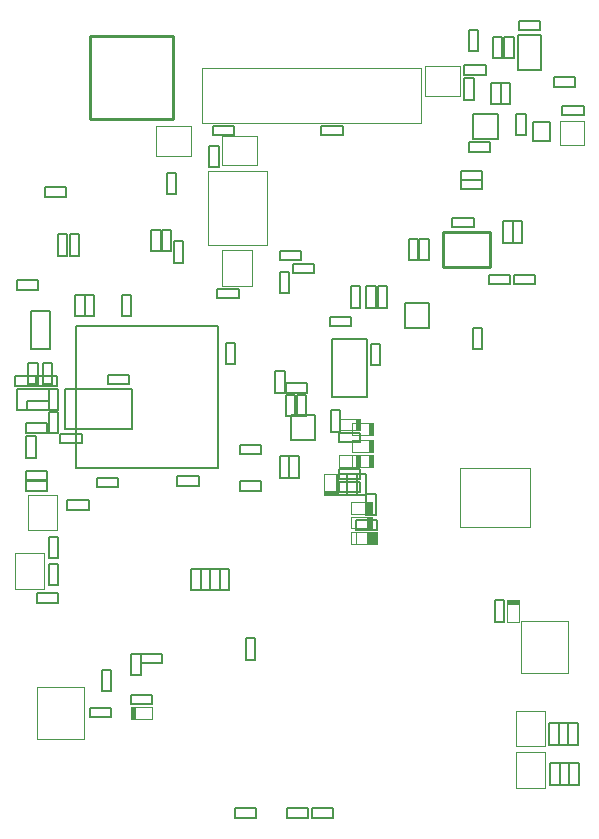
<source format=gbr>
%TF.GenerationSoftware,Altium Limited,Altium Designer,21.2.2 (38)*%
G04 Layer_Color=8388736*
%FSLAX45Y45*%
%MOMM*%
%TF.SameCoordinates,215B76EA-4B9E-490E-954B-DD862D4548B8*%
%TF.FilePolarity,Positive*%
%TF.FileFunction,Other,Mechanical_2*%
%TF.Part,Single*%
G01*
G75*
%TA.AperFunction,NonConductor*%
%ADD88C,0.10000*%
%ADD89C,0.25400*%
%ADD90C,0.20000*%
%ADD139C,0.05000*%
G36*
X2980000Y3500000D02*
X2940000D01*
Y3599999D01*
X2980000D01*
Y3500000D01*
D02*
G37*
G36*
X3090001Y3460000D02*
X3050001D01*
Y3560000D01*
X3090001D01*
Y3460000D01*
D02*
G37*
G36*
Y3320000D02*
X3050001D01*
Y3420000D01*
X3090001D01*
Y3320000D01*
D02*
G37*
G36*
Y3190000D02*
X3050001D01*
Y3290000D01*
X3090001D01*
Y3190000D01*
D02*
G37*
G36*
X2980000Y3189999D02*
X2940000D01*
Y3289999D01*
X2980000D01*
Y3189999D01*
D02*
G37*
G36*
X2770001Y2950000D02*
X2670001D01*
Y2990000D01*
X2770001D01*
Y2950000D01*
D02*
G37*
G36*
X3080001Y2790000D02*
X3040001D01*
Y2890000D01*
X3080001D01*
Y2790000D01*
D02*
G37*
G36*
Y2670000D02*
X3040001D01*
Y2770000D01*
X3080001D01*
Y2670000D01*
D02*
G37*
G36*
X3120000Y2540000D02*
X3080001D01*
Y2540000D01*
X3040001D01*
Y2640000D01*
X3080000D01*
Y2640000D01*
X3120000D01*
Y2540000D01*
D02*
G37*
G36*
X4320000Y2020000D02*
X4220000D01*
Y2060000D01*
X4320000D01*
Y2020000D01*
D02*
G37*
G36*
X1080000Y1060000D02*
X1040000D01*
Y1160000D01*
X1080000D01*
Y1060000D01*
D02*
G37*
D88*
X415000Y2655000D02*
Y2955000D01*
X165000Y2655000D02*
X415000D01*
X165000D02*
Y2955000D01*
X415000D01*
X55000Y2160000D02*
Y2460000D01*
X305000D01*
Y2160000D02*
Y2460000D01*
X55000Y2160000D02*
X305000D01*
X4295000Y475000D02*
X4545000D01*
Y775000D01*
X4295000D02*
X4545000D01*
X4295000Y475000D02*
Y775000D01*
Y825000D02*
Y1125000D01*
X4545000D01*
Y825000D02*
Y1125000D01*
X4295000Y825000D02*
X4545000D01*
X4870000Y5920000D02*
Y6120000D01*
X4670000Y5920000D02*
X4870000D01*
X4670000D02*
Y6120000D01*
X4870000D01*
X3525000Y6332500D02*
Y6582500D01*
X3825000D01*
Y6332500D02*
Y6582500D01*
X3525000Y6332500D02*
X3825000D01*
X3490000Y6100000D02*
Y6570000D01*
X1640000D02*
X3490000D01*
X1640000Y6100000D02*
Y6570000D01*
Y6100000D02*
X3490000D01*
X1690000Y5070002D02*
Y5700002D01*
X2190000D01*
Y5070002D02*
Y5700002D01*
X1690000Y5070002D02*
X2190000D01*
X1812499Y4725001D02*
Y5025001D01*
Y4725001D02*
X2062499D01*
Y5025001D01*
X1812499D02*
X2062499D01*
X1805000Y5745002D02*
Y5995002D01*
Y5745002D02*
X2105000D01*
Y5995002D01*
X1805000D02*
X2105000D01*
X1250000Y5825000D02*
Y6075000D01*
Y5825000D02*
X1550000D01*
Y6075000D01*
X1250000D02*
X1550000D01*
X4740000Y1450000D02*
Y1890000D01*
X4340000Y1450000D02*
X4740000D01*
X4340000D02*
Y1890000D01*
X4740000D01*
X3820000Y3180000D02*
X4420000D01*
Y2680000D02*
Y3180000D01*
X3820000Y2680000D02*
X4420000D01*
X3820000D02*
Y3180000D01*
X240000Y890000D02*
Y1330000D01*
X640000D01*
Y890000D02*
Y1330000D01*
X240000Y890000D02*
X640000D01*
D89*
X690000Y6140000D02*
Y6840000D01*
Y6140000D02*
X1390000D01*
Y6840000D01*
X690000D02*
X1390000D01*
X3680000Y4880000D02*
X4080000D01*
X3680000D02*
Y5180000D01*
X4080000D01*
Y4880000D02*
Y5180000D01*
D90*
X2810000Y3490000D02*
Y3670000D01*
X2730000D02*
X2810000D01*
X2730000Y3490000D02*
Y3670000D01*
Y3490000D02*
X2810000D01*
X2740000Y3780000D02*
Y4270000D01*
X3040000D01*
Y3780000D02*
Y4270000D01*
X2740000Y3780000D02*
X3040000D01*
X2390000Y3420000D02*
X2600000D01*
X2390000D02*
Y3630000D01*
X2600000D01*
Y3420000D02*
Y3630000D01*
X2790001Y3130000D02*
X2870001D01*
Y2950000D02*
Y3130000D01*
X2790001Y2950000D02*
X2870001D01*
X2790001D02*
Y3130000D01*
X2870001Y3130000D02*
X2950001D01*
Y2949999D02*
Y3130000D01*
X2870001Y2949999D02*
X2950001D01*
X2870001D02*
Y3130000D01*
X2950001D02*
X3030001D01*
Y2949999D02*
Y3130000D01*
X2950001Y2949999D02*
X3030001D01*
X2950001D02*
Y3130000D01*
X440000Y3390000D02*
X620000D01*
Y3470000D01*
X440000D02*
X620000D01*
X440000Y3390000D02*
Y3470000D01*
X840000Y3970000D02*
X1020000D01*
X840000Y3890000D02*
Y3970000D01*
Y3890000D02*
X1020000D01*
Y3970000D01*
X480000Y3510000D02*
Y3850000D01*
X1050000D01*
Y3510000D02*
Y3850000D01*
X480000Y3510000D02*
X1050000D01*
X230000Y3880000D02*
X410000D01*
Y3960000D01*
X230000D02*
X410000D01*
X230000Y3880000D02*
Y3960000D01*
X290000Y3890000D02*
X370000D01*
Y4070000D01*
X290000D02*
X370000D01*
X290000Y3890000D02*
Y4070000D01*
X60000Y3960000D02*
X240000D01*
X60000Y3880000D02*
Y3960000D01*
Y3880000D02*
X240000D01*
Y3960000D01*
X4270000Y5270000D02*
X4350000D01*
X4270000Y5090000D02*
Y5270000D01*
Y5090000D02*
X4350000D01*
Y5270000D01*
X4190000D02*
X4270000D01*
X4190000Y5090000D02*
Y5270000D01*
Y5090000D02*
X4270000D01*
Y5270000D01*
X3130000Y4540000D02*
X3210000D01*
Y4720000D01*
X3130000D02*
X3210000D01*
X3130000Y4540000D02*
Y4720000D01*
X2900000Y4540000D02*
X2980000D01*
Y4720000D01*
X2900000D02*
X2980000D01*
X2900000Y4540000D02*
Y4720000D01*
X3030000Y4540000D02*
X3110000D01*
Y4720000D01*
X3030000D02*
X3110000D01*
X3030000Y4540000D02*
Y4720000D01*
X2300000Y3100000D02*
X2380000D01*
Y3280000D01*
X2300000D02*
X2380000D01*
X2300000Y3100000D02*
Y3280000D01*
X2380000Y3100000D02*
X2460000D01*
Y3280000D01*
X2380000D02*
X2460000D01*
X2380000Y3100000D02*
Y3280000D01*
X170000Y3890000D02*
X250000D01*
Y4070000D01*
X170000D02*
X250000D01*
X170000Y3890000D02*
Y4070000D01*
X340000Y3670000D02*
X420000D01*
Y3850000D01*
X340000D02*
X420000D01*
X340000Y3670000D02*
Y3850000D01*
X160000Y3670000D02*
Y3750000D01*
Y3670000D02*
X340000D01*
Y3750000D01*
X160000D02*
X340000D01*
X1430000Y3030000D02*
Y3110000D01*
Y3030000D02*
X1610000D01*
Y3110000D01*
X1430000D02*
X1610000D01*
X750000Y3020000D02*
Y3100000D01*
Y3020000D02*
X930000D01*
Y3100000D01*
X750000D02*
X930000D01*
X500000Y2830000D02*
X680000D01*
X500000D02*
Y2910000D01*
X680000D01*
Y2830000D02*
Y2910000D01*
X150000Y3160000D02*
X330000D01*
Y3080000D02*
Y3160000D01*
X150000Y3080000D02*
X330000D01*
X150000D02*
Y3160000D01*
Y2990000D02*
X330000D01*
X150000D02*
Y3070000D01*
X330000D01*
Y2990000D02*
Y3070000D01*
X420000Y2420000D02*
Y2600000D01*
X340000Y2420000D02*
X420000D01*
X340000D02*
Y2600000D01*
X420000D01*
Y2190000D02*
Y2370000D01*
X340000Y2190000D02*
X420000D01*
X340000D02*
Y2370000D01*
X420000D01*
X240000Y2040000D02*
X420000D01*
X240000D02*
Y2120000D01*
X420000D01*
Y2040000D02*
Y2120000D01*
X4590000Y680000D02*
X4670000D01*
X4590000Y500000D02*
Y680000D01*
Y500000D02*
X4670000D01*
Y680000D01*
X4670000Y680000D02*
X4750000D01*
X4670000Y500000D02*
Y680000D01*
Y500000D02*
X4750000D01*
Y680000D01*
X4660000Y840000D02*
Y1020000D01*
X4580000Y840000D02*
X4660000D01*
X4580000D02*
Y1020000D01*
X4660000D01*
X4740000Y840000D02*
Y1020000D01*
X4660001Y840000D02*
X4740000D01*
X4660001D02*
Y1020000D01*
X4740000D01*
X4750000Y680000D02*
X4830000D01*
X4750000Y500000D02*
Y680000D01*
Y500000D02*
X4830000D01*
Y680000D01*
X4820000Y840000D02*
Y1020000D01*
X4740000Y840000D02*
X4820000D01*
X4740000D02*
Y1020000D01*
X4820000D01*
X4120000Y1880000D02*
X4200000D01*
Y2060000D01*
X4120000D02*
X4200000D01*
X4120000Y1880000D02*
Y2060000D01*
X3030000Y2780000D02*
X3110000D01*
Y2960000D01*
X3030000D02*
X3110000D01*
X3030000Y2780000D02*
Y2960000D01*
X2800000Y2979999D02*
Y3059999D01*
Y2979999D02*
X2980000D01*
Y3059999D01*
X2800000D02*
X2980000D01*
X2800000Y3479999D02*
X2980000D01*
Y3400000D02*
Y3479999D01*
X2800000Y3400000D02*
X2980000D01*
X2800000D02*
Y3479999D01*
X3070000Y4050000D02*
X3150000D01*
Y4230000D01*
X3070000D02*
X3150000D01*
X3070000Y4050000D02*
Y4230000D01*
X3354999Y4575000D02*
X3564999D01*
Y4365000D02*
Y4575000D01*
X3354999Y4365000D02*
X3564999D01*
X3354999D02*
Y4575000D01*
X3930000Y4370000D02*
X4010000D01*
X3930000Y4190000D02*
Y4370000D01*
Y4190000D02*
X4010000D01*
Y4370000D01*
X4070000Y4740000D02*
Y4820000D01*
Y4740000D02*
X4250000D01*
Y4820000D01*
X4070000D02*
X4250000D01*
X4460000Y4740000D02*
Y4820000D01*
X4280000D02*
X4460000D01*
X4280000Y4740000D02*
Y4820000D01*
Y4740000D02*
X4460000D01*
X3480000Y5120000D02*
X3560000D01*
X3480000Y4940000D02*
Y5120000D01*
Y4940000D02*
X3560000D01*
Y5120000D01*
X3390000Y4940000D02*
X3470000D01*
Y5120000D01*
X3390000D02*
X3470000D01*
X3390000Y4940000D02*
Y5120000D01*
X3940000Y5220000D02*
Y5300000D01*
X3760000D02*
X3940000D01*
X3760000Y5220000D02*
Y5300000D01*
Y5220000D02*
X3940000D01*
X3830000Y5620000D02*
X4010000D01*
Y5540000D02*
Y5620000D01*
X3830000Y5540000D02*
X4010000D01*
X3830000D02*
Y5620000D01*
Y5700000D02*
X4010000D01*
Y5620000D02*
Y5700000D01*
X3830000Y5620000D02*
X4010000D01*
X3830000D02*
Y5700000D01*
X3900000Y5860000D02*
Y5940000D01*
Y5860000D02*
X4080000D01*
Y5940000D01*
X3900000D02*
X4080000D01*
X3935000Y5965000D02*
X4145000D01*
X3935000D02*
Y6175000D01*
X4145000D01*
Y5965000D02*
Y6175000D01*
X4620000Y6490000D02*
X4800000D01*
Y6410000D02*
Y6490000D01*
X4620000Y6410000D02*
X4800000D01*
X4620000D02*
Y6490000D01*
X4690000Y6170000D02*
Y6250000D01*
Y6170000D02*
X4870000D01*
Y6250000D01*
X4690000D02*
X4870000D01*
X4590000Y5950000D02*
Y6110000D01*
X4440000D02*
X4590000D01*
X4440000Y5950000D02*
Y6110000D01*
Y5950000D02*
X4590000D01*
X4300001Y6180000D02*
X4380000D01*
X4300001Y6000000D02*
Y6180000D01*
Y6000000D02*
X4380000D01*
Y6180000D01*
X4170000Y6440000D02*
X4250000D01*
X4170000Y6260000D02*
Y6440000D01*
Y6260000D02*
X4250000D01*
Y6440000D01*
X3860000Y6300000D02*
X3940000D01*
Y6480000D01*
X3860000D02*
X3940000D01*
X3860000Y6300000D02*
Y6480000D01*
X4040000Y6510000D02*
Y6590000D01*
X3860000D02*
X4040000D01*
X3860000Y6510000D02*
Y6590000D01*
Y6510000D02*
X4040000D01*
X4312500Y6850000D02*
X4512500D01*
Y6550000D02*
Y6850000D01*
X4312500Y6550000D02*
X4512500D01*
X4312500D02*
Y6850000D01*
X4200000Y6650000D02*
Y6830000D01*
X4280000D01*
Y6650000D02*
Y6830000D01*
X4200000Y6650000D02*
X4280000D01*
X4100000D02*
Y6830000D01*
X4180000D01*
Y6650000D02*
Y6830000D01*
X4100000Y6650000D02*
X4180000D01*
X4320000Y6890000D02*
X4500000D01*
X4320000D02*
Y6970000D01*
X4500000D01*
Y6890000D02*
Y6970000D01*
X3900000Y6710000D02*
Y6890000D01*
X3980000D01*
Y6710000D02*
Y6890000D01*
X3900000Y6710000D02*
X3980000D01*
X2830000Y6000000D02*
Y6080000D01*
X2650000D02*
X2830000D01*
X2650000Y6000000D02*
Y6080000D01*
Y6000000D02*
X2830000D01*
X1420000Y5500000D02*
Y5680000D01*
X1340000Y5500000D02*
X1420000D01*
X1340000D02*
Y5680000D01*
X1420000D01*
X1770000Y4700000D02*
X1950000D01*
Y4620000D02*
Y4700000D01*
X1770000Y4620000D02*
X1950000D01*
X1770000D02*
Y4700000D01*
X960000Y4470000D02*
X1040000D01*
Y4650000D01*
X960000D02*
X1040000D01*
X960000Y4470000D02*
Y4650000D01*
X645000D02*
X725000D01*
X645000Y4470000D02*
Y4650000D01*
Y4470000D02*
X725000D01*
Y4650000D01*
X565000D02*
X645000D01*
X565000Y4470000D02*
Y4650000D01*
Y4470000D02*
X645000D01*
Y4650000D01*
X195000Y4192500D02*
X352500D01*
Y4510000D01*
X195000D02*
X352500D01*
X195000Y4192500D02*
Y4510000D01*
X70000Y4770000D02*
X250000D01*
X70000Y4690000D02*
Y4770000D01*
Y4690000D02*
X250000D01*
Y4770000D01*
X600000Y4980000D02*
Y5160001D01*
X520000Y4980000D02*
X600000D01*
X520000D02*
Y5160001D01*
X600000D01*
X500000Y4980000D02*
Y5160001D01*
X420000Y4980000D02*
X500000D01*
X420000D02*
Y5160001D01*
X500000D01*
X310000Y5560000D02*
X490000D01*
Y5480000D02*
Y5560000D01*
X310000Y5480000D02*
X490000D01*
X310000D02*
Y5560000D01*
X2090000Y1560000D02*
Y1740000D01*
X2010000D02*
X2090000D01*
X2010000Y1560000D02*
Y1740000D01*
Y1560000D02*
X2090000D01*
X575000Y4385000D02*
X1775000D01*
Y3184999D02*
Y4385000D01*
X575000Y3184999D02*
X1775000D01*
X575000D02*
Y4385000D01*
X1910000Y6000000D02*
Y6080000D01*
X1730000D02*
X1910000D01*
X1730000Y6000000D02*
Y6080000D01*
Y6000000D02*
X1910000D01*
X4090000Y6440000D02*
X4170000D01*
X4090000Y6260000D02*
Y6440000D01*
Y6260000D02*
X4170000D01*
Y6440000D01*
X1400000Y5100001D02*
X1480000D01*
X1400000Y4920001D02*
Y5100001D01*
Y4920001D02*
X1480000D01*
Y5100001D01*
X1210000Y5020001D02*
X1289999D01*
Y5200001D01*
X1210000D02*
X1289999D01*
X1210000Y5020001D02*
Y5200001D01*
X1300000Y5020001D02*
X1380000D01*
Y5200001D01*
X1300000D02*
X1380000D01*
X1300000Y5020001D02*
Y5200001D01*
X2590000Y4830000D02*
Y4910000D01*
X2410000D02*
X2590000D01*
X2410000Y4830000D02*
Y4910000D01*
Y4830000D02*
X2590000D01*
X2300000Y4660000D02*
X2380000D01*
Y4840000D01*
X2300000D02*
X2380000D01*
X2300000Y4660000D02*
Y4840000D01*
X2480000Y4940000D02*
Y5020000D01*
X2300000D02*
X2480000D01*
X2300000Y4940000D02*
Y5020000D01*
Y4940000D02*
X2480000D01*
X2440000Y3620000D02*
X2520000D01*
Y3800000D01*
X2440000D02*
X2520000D01*
X2440000Y3620000D02*
Y3800000D01*
X2260000Y4000000D02*
X2340000D01*
X2260000Y3820000D02*
Y4000000D01*
Y3820000D02*
X2340000D01*
Y4000000D01*
X2530000Y3820000D02*
Y3900000D01*
X2350000D02*
X2530000D01*
X2350000Y3820000D02*
Y3900000D01*
Y3820000D02*
X2530000D01*
X2350000Y3620000D02*
X2430000D01*
Y3800000D01*
X2350000D02*
X2430000D01*
X2350000Y3620000D02*
Y3800000D01*
X1700000Y5910002D02*
X1780000D01*
X1700000Y5730002D02*
Y5910002D01*
Y5730002D02*
X1780000D01*
Y5910002D01*
X2140000Y2990000D02*
Y3070000D01*
X1960000D02*
X2140000D01*
X1960000Y2990000D02*
Y3070000D01*
Y2990000D02*
X2140000D01*
X870000Y1290000D02*
Y1470000D01*
X790000Y1290000D02*
X870000D01*
X790000D02*
Y1470000D01*
X870000D01*
X1630000Y2150000D02*
Y2330000D01*
X1550000Y2150000D02*
X1630000D01*
X1550000D02*
Y2330000D01*
X1630000D01*
X1870000Y2150000D02*
Y2330000D01*
X1790000Y2150000D02*
X1870000D01*
X1790000D02*
Y2330000D01*
X1870000D01*
X690000Y1150000D02*
X870000D01*
Y1070000D02*
Y1150000D01*
X690000Y1070000D02*
X870000D01*
X690000D02*
Y1150000D01*
X1920000Y220000D02*
X2100000D01*
X1920000D02*
Y300000D01*
X2100000D01*
Y220000D02*
Y300000D01*
X2360000D02*
X2540000D01*
Y220000D02*
Y300000D01*
X2360000Y220000D02*
X2540000D01*
X2360000D02*
Y300000D01*
X2570000Y220000D02*
X2750000D01*
X2570000D02*
Y300000D01*
X2750000D01*
Y220000D02*
Y300000D01*
X1040000Y1430000D02*
Y1610000D01*
X1120000D01*
Y1430000D02*
Y1610000D01*
X1040000Y1430000D02*
X1120000D01*
Y1610000D02*
X1300000D01*
Y1530000D02*
Y1610000D01*
X1120000Y1530000D02*
X1300000D01*
X1120000D02*
Y1610000D01*
X1630000Y2330000D02*
X1710000D01*
X1630000Y2150000D02*
Y2330000D01*
Y2150000D02*
X1710000D01*
Y2330000D01*
X1790000Y2150000D02*
Y2330000D01*
X1710000Y2150000D02*
X1790000D01*
X1710000D02*
Y2330000D01*
X1790000D01*
X1040000Y1180000D02*
X1220000D01*
X1040000D02*
Y1260000D01*
X1220000D01*
Y1180000D02*
Y1260000D01*
X2800000Y3089999D02*
Y3169999D01*
Y3089999D02*
X2980000D01*
Y3169999D01*
X2800000D02*
X2980000D01*
X2940000Y2660000D02*
Y2740000D01*
Y2660000D02*
X3120000D01*
Y2740000D01*
X2940000D02*
X3120000D01*
X340000Y3660000D02*
X420000D01*
X340000Y3480000D02*
Y3660000D01*
Y3480000D02*
X420000D01*
Y3660000D01*
X149999Y3480000D02*
Y3560000D01*
Y3480000D02*
X330000D01*
Y3560000D01*
X149999D02*
X330000D01*
X150000Y3270000D02*
X230000D01*
Y3450000D01*
X150000D02*
X230000D01*
X150000Y3270000D02*
Y3450000D01*
X70000Y3670000D02*
X420000D01*
Y3850000D01*
X70000D02*
X420000D01*
X70000Y3670000D02*
Y3850000D01*
X2720000Y4380000D02*
X2900000D01*
X2720000D02*
Y4460000D01*
X2900000D01*
Y4380000D02*
Y4460000D01*
X1960000Y3300000D02*
X2140000D01*
X1960000D02*
Y3380000D01*
X2140000D01*
Y3300000D02*
Y3380000D01*
X1840000Y4060000D02*
Y4240000D01*
X1920000D01*
Y4060000D02*
Y4240000D01*
X1840000Y4060000D02*
X1920000D01*
D139*
X3080001Y2540000D02*
Y2640000D01*
X2900001D02*
X3080001D01*
X2900001Y2540000D02*
Y2640000D01*
Y2540000D02*
X3080001D01*
Y2670000D02*
Y2770000D01*
X2900001D02*
X3080001D01*
X2900001Y2670000D02*
Y2770000D01*
Y2670000D02*
X3080001D01*
Y2790000D02*
Y2890000D01*
X2900001D02*
X3080001D01*
X2900001Y2790000D02*
Y2890000D01*
Y2790000D02*
X3080001D01*
X2670001Y2950000D02*
X2770001D01*
Y3130000D01*
X2670001D02*
X2770001D01*
X2670001Y2950000D02*
Y3130000D01*
X3090001Y3190000D02*
Y3290000D01*
X2910001D02*
X3090001D01*
X2910001Y3190000D02*
Y3290000D01*
Y3190000D02*
X3090001D01*
Y3320000D02*
Y3420000D01*
X2910001D02*
X3090001D01*
X2910001Y3320000D02*
Y3420000D01*
Y3320000D02*
X3090001D01*
Y3460000D02*
Y3560000D01*
X2910001D02*
X3090001D01*
X2910001Y3460000D02*
Y3560000D01*
Y3460000D02*
X3090001D01*
X3120000Y2540000D02*
Y2640000D01*
X2940000Y2540000D02*
X3120000D01*
X2940000D02*
Y2640000D01*
X3120000D01*
X2980000Y3189999D02*
Y3289999D01*
X2800000Y3189999D02*
X2980000D01*
X2800000D02*
Y3289999D01*
X2980000D01*
X2800000Y3599999D02*
X2980000D01*
X2800000Y3500000D02*
Y3599999D01*
Y3500000D02*
X2980000D01*
Y3599999D01*
X4220000Y1880000D02*
Y2060000D01*
Y1880000D02*
X4320000D01*
Y2060000D01*
X4220000D02*
X4320000D01*
X1040000Y1060000D02*
X1220000D01*
Y1160000D01*
X1040000D02*
X1220000D01*
X1040000Y1060000D02*
Y1160000D01*
%TF.MD5,04cd962b95038bae93db496767c34eea*%
M02*

</source>
